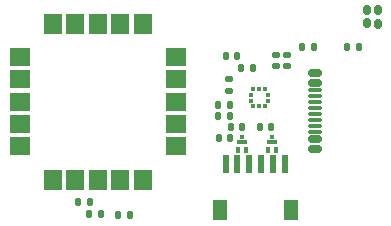
<source format=gbr>
%TF.GenerationSoftware,KiCad,Pcbnew,8.0.5*%
%TF.CreationDate,2024-12-17T02:27:59+01:00*%
%TF.ProjectId,hardware v5,68617264-7761-4726-9520-76352e6b6963,rev?*%
%TF.SameCoordinates,Original*%
%TF.FileFunction,Paste,Bot*%
%TF.FilePolarity,Positive*%
%FSLAX46Y46*%
G04 Gerber Fmt 4.6, Leading zero omitted, Abs format (unit mm)*
G04 Created by KiCad (PCBNEW 8.0.5) date 2024-12-17 02:27:59*
%MOMM*%
%LPD*%
G01*
G04 APERTURE LIST*
G04 Aperture macros list*
%AMRoundRect*
0 Rectangle with rounded corners*
0 $1 Rounding radius*
0 $2 $3 $4 $5 $6 $7 $8 $9 X,Y pos of 4 corners*
0 Add a 4 corners polygon primitive as box body*
4,1,4,$2,$3,$4,$5,$6,$7,$8,$9,$2,$3,0*
0 Add four circle primitives for the rounded corners*
1,1,$1+$1,$2,$3*
1,1,$1+$1,$4,$5*
1,1,$1+$1,$6,$7*
1,1,$1+$1,$8,$9*
0 Add four rect primitives between the rounded corners*
20,1,$1+$1,$2,$3,$4,$5,0*
20,1,$1+$1,$4,$5,$6,$7,0*
20,1,$1+$1,$6,$7,$8,$9,0*
20,1,$1+$1,$8,$9,$2,$3,0*%
G04 Aperture macros list end*
%ADD10R,1.800000X1.500000*%
%ADD11R,1.500000X1.800000*%
%ADD12RoundRect,0.135000X0.135000X0.185000X-0.135000X0.185000X-0.135000X-0.185000X0.135000X-0.185000X0*%
%ADD13R,0.350000X0.500000*%
%ADD14R,0.900000X0.440000*%
%ADD15R,0.300000X0.340000*%
%ADD16RoundRect,0.140000X-0.140000X-0.170000X0.140000X-0.170000X0.140000X0.170000X-0.140000X0.170000X0*%
%ADD17RoundRect,0.150000X-0.425000X0.150000X-0.425000X-0.150000X0.425000X-0.150000X0.425000X0.150000X0*%
%ADD18RoundRect,0.075000X-0.500000X0.075000X-0.500000X-0.075000X0.500000X-0.075000X0.500000X0.075000X0*%
%ADD19RoundRect,0.140000X0.140000X0.170000X-0.140000X0.170000X-0.140000X-0.170000X0.140000X-0.170000X0*%
%ADD20R,0.375000X0.350000*%
%ADD21R,0.350000X0.375000*%
%ADD22RoundRect,0.140000X-0.170000X0.140000X-0.170000X-0.140000X0.170000X-0.140000X0.170000X0.140000X0*%
%ADD23RoundRect,0.135000X-0.135000X-0.185000X0.135000X-0.185000X0.135000X0.185000X-0.135000X0.185000X0*%
%ADD24RoundRect,0.160000X-0.160000X0.222500X-0.160000X-0.222500X0.160000X-0.222500X0.160000X0.222500X0*%
%ADD25R,0.600000X1.550000*%
%ADD26R,1.200000X1.800000*%
%ADD27RoundRect,0.135000X0.185000X-0.135000X0.185000X0.135000X-0.185000X0.135000X-0.185000X-0.135000X0*%
G04 APERTURE END LIST*
D10*
%TO.C,ANT2*%
X121500000Y-103670000D03*
X121500000Y-101770000D03*
X121500000Y-99870000D03*
X121500000Y-97970000D03*
X121500000Y-96070000D03*
D11*
X124300000Y-93270000D03*
X126200000Y-93270000D03*
X128100000Y-93270000D03*
X130000000Y-93270000D03*
X131900000Y-93270000D03*
D10*
X134700000Y-96070000D03*
X134700000Y-97970000D03*
X134700000Y-99870000D03*
X134700000Y-101770000D03*
X134700000Y-103670000D03*
D11*
X131900000Y-106470000D03*
X130000000Y-106470000D03*
X128100000Y-106470000D03*
X126200000Y-106470000D03*
X124300000Y-106470000D03*
%TD*%
D12*
%TO.C,R21*%
X127420000Y-108360000D03*
X126400000Y-108360000D03*
%TD*%
D13*
%TO.C,D5*%
X143155000Y-103960000D03*
X142505000Y-103960000D03*
D14*
X142830000Y-103270000D03*
D15*
X142830000Y-102880000D03*
%TD*%
D16*
%TO.C,C19*%
X138300000Y-101130000D03*
X139260000Y-101130000D03*
%TD*%
D17*
%TO.C,J2*%
X146485000Y-97470000D03*
X146485000Y-98270000D03*
D18*
X146485000Y-99420000D03*
X146485000Y-100420000D03*
X146485000Y-100920000D03*
X146485000Y-101920000D03*
D17*
X146485000Y-103070000D03*
X146485000Y-103870000D03*
X146485000Y-103870000D03*
X146485000Y-103070000D03*
D18*
X146485000Y-102420000D03*
X146485000Y-101420000D03*
X146485000Y-99920000D03*
X146485000Y-98920000D03*
D17*
X146485000Y-98270000D03*
X146485000Y-97470000D03*
%TD*%
D19*
%TO.C,C12*%
X140310000Y-102050000D03*
X139350000Y-102050000D03*
%TD*%
%TO.C,C9*%
X128340000Y-109370000D03*
X127380000Y-109370000D03*
%TD*%
D20*
%TO.C,WSEN-PADS1*%
X141038000Y-99793000D03*
X141038000Y-99293000D03*
D21*
X141250000Y-98830000D03*
X141750000Y-98830000D03*
X142250000Y-98830000D03*
D20*
X142463000Y-99293000D03*
X142463000Y-99793000D03*
D21*
X142250000Y-100256000D03*
X141750000Y-100256000D03*
X141250000Y-100256000D03*
%TD*%
D16*
%TO.C,C2*%
X138930000Y-96010000D03*
X139890000Y-96010000D03*
%TD*%
%TO.C,C10*%
X129840000Y-109440000D03*
X130800000Y-109440000D03*
%TD*%
D22*
%TO.C,C24*%
X144100000Y-95920000D03*
X144100000Y-96880000D03*
%TD*%
D23*
%TO.C,R1*%
X149150000Y-95240000D03*
X150170000Y-95240000D03*
%TD*%
%TO.C,R2*%
X145340000Y-95250000D03*
X146360000Y-95250000D03*
%TD*%
D24*
%TO.C,D2*%
X151820000Y-92117500D03*
X151820000Y-93262500D03*
%TD*%
D22*
%TO.C,C22*%
X143140000Y-95910000D03*
X143140000Y-96870000D03*
%TD*%
D23*
%TO.C,R20*%
X140210000Y-97000000D03*
X141230000Y-97000000D03*
%TD*%
D24*
%TO.C,D3*%
X150850000Y-92107500D03*
X150850000Y-93252500D03*
%TD*%
D25*
%TO.C,J1*%
X143910000Y-105173000D03*
X142910000Y-105173000D03*
X141910000Y-105173000D03*
X140910000Y-105173000D03*
X139910000Y-105173000D03*
X138910000Y-105173000D03*
D26*
X144410000Y-109048000D03*
X138410000Y-109048000D03*
%TD*%
D19*
%TO.C,C13*%
X142790000Y-102030000D03*
X141830000Y-102030000D03*
%TD*%
D16*
%TO.C,C20*%
X138310000Y-100180000D03*
X139270000Y-100180000D03*
%TD*%
D27*
%TO.C,R19*%
X139210000Y-98980000D03*
X139210000Y-97960000D03*
%TD*%
D13*
%TO.C,D4*%
X140615000Y-103950000D03*
X139965000Y-103950000D03*
D14*
X140290000Y-103260000D03*
D15*
X140290000Y-102870000D03*
%TD*%
D16*
%TO.C,C25*%
X138320000Y-102970000D03*
X139280000Y-102970000D03*
%TD*%
M02*

</source>
